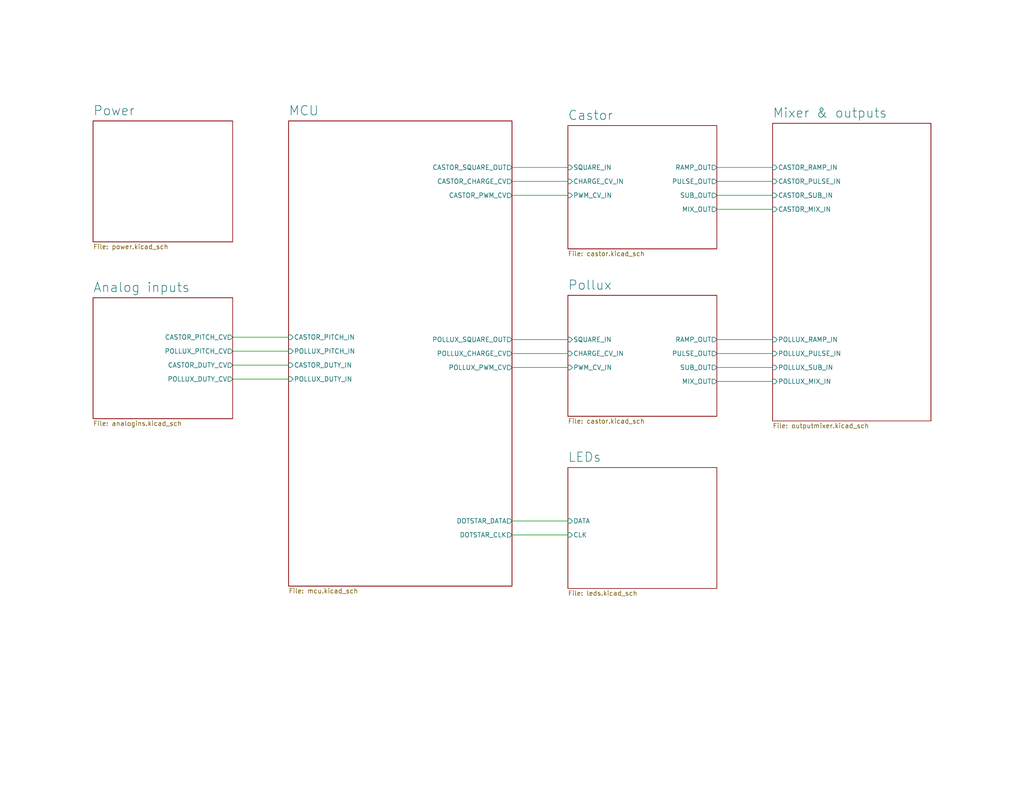
<source format=kicad_sch>
(kicad_sch (version 20211123) (generator eeschema)
  (paper "USLetter")
  (title_block (title "Castor & Pollux") (date "2022-07-26") (rev "v5") (company "Winterbloom") (comment 1 "Alethea Flowers") (comment 2 "CERN-OHL-P v2") (comment 3 "gemini.wntr.dev"))
  (lib_symbols)
  (wire (pts (xy 195.58 100.33) (xy 210.82 100.33)))
  (wire (pts (xy 139.7 96.52) (xy 154.94 96.52)))
  (wire (pts (xy 139.7 49.53) (xy 154.94 49.53)))
  (wire (pts (xy 139.7 146.05) (xy 154.94 146.05)))
  (wire (pts (xy 139.7 92.71) (xy 154.94 92.71)))
  (wire (pts (xy 139.7 53.34) (xy 154.94 53.34)))
  (wire (pts (xy 63.5 103.505) (xy 78.74 103.505)))
  (wire (pts (xy 195.58 49.53) (xy 210.82 49.53)))
  (wire (pts (xy 195.58 104.14) (xy 210.82 104.14)))
  (wire (pts (xy 195.58 92.71) (xy 210.82 92.71)))
  (wire (pts (xy 63.5 92.075) (xy 78.74 92.075)))
  (wire (pts (xy 139.7 45.72) (xy 154.94 45.72)))
  (wire (pts (xy 63.5 95.885) (xy 78.74 95.885)))
  (wire (pts (xy 195.58 57.15) (xy 210.82 57.15)))
  (wire (pts (xy 195.58 53.34) (xy 210.82 53.34)))
  (wire (pts (xy 63.5 99.695) (xy 78.74 99.695)))
  (wire (pts (xy 195.58 96.52) (xy 210.82 96.52)))
  (wire (pts (xy 139.7 100.33) (xy 154.94 100.33)))
  (wire (pts (xy 139.7 142.24) (xy 154.94 142.24)))
  (wire (pts (xy 195.58 45.72) (xy 210.82 45.72)))
  (sheet (at 25.4 33.02) (size 38.1 33.02)
    (property "Sheet name" "Power" (at 25.4 31.6734 0) (effects (font (size 2.54 2.54)) (justify left bottom)))
    (property "Sheet file" "power.kicad_sch" (at 25.4 66.6246 0) (effects (justify left top)))
  )
  (sheet (at 154.94 80.645) (size 40.64 33.02)
    (property "Sheet name" "Pollux" (at 154.94 79.2984 0) (effects (font (size 2.54 2.54)) (justify left bottom)))
    (property "Sheet file" "castor.kicad_sch" (at 154.94 114.2496 0) (effects (justify left top)))
    (pin "SQUARE_IN" input (at 154.94 92.71 180))
    (pin "CHARGE_CV_IN" input (at 154.94 96.52 180))
    (pin "PWM_CV_IN" input (at 154.94 100.33 180))
    (pin "MIX_OUT" output (at 195.58 104.14 0))
    (pin "RAMP_OUT" output (at 195.58 92.71 0))
    (pin "PULSE_OUT" output (at 195.58 96.52 0))
    (pin "SUB_OUT" output (at 195.58 100.33 0))
  )
  (sheet (at 78.74 33.02) (size 60.96 127)
    (property "Sheet name" "MCU" (at 78.74 31.6734 0) (effects (font (size 2.54 2.54)) (justify left bottom)))
    (property "Sheet file" "mcu.kicad_sch" (at 78.74 160.6046 0) (effects (justify left top)))
    (pin "CASTOR_CHARGE_CV" output (at 139.7 49.53 0))
    (pin "CASTOR_PWM_CV" output (at 139.7 53.34 0))
    (pin "POLLUX_CHARGE_CV" output (at 139.7 96.52 0))
    (pin "POLLUX_PWM_CV" output (at 139.7 100.33 0))
    (pin "CASTOR_SQUARE_OUT" output (at 139.7 45.72 0))
    (pin "POLLUX_SQUARE_OUT" output (at 139.7 92.71 0))
    (pin "DOTSTAR_DATA" output (at 139.7 142.24 0))
    (pin "DOTSTAR_CLK" output (at 139.7 146.05 0))
    (pin "CASTOR_PITCH_IN" input (at 78.74 92.075 180))
    (pin "POLLUX_PITCH_IN" input (at 78.74 95.885 180))
    (pin "CASTOR_DUTY_IN" input (at 78.74 99.695 180))
    (pin "POLLUX_DUTY_IN" input (at 78.74 103.505 180))
  )
  (sheet (at 210.82 33.655) (size 43.18 81.28)
    (property "Sheet name" "Mixer & outputs" (at 210.82 32.3084 0) (effects (font (size 2.54 2.54)) (justify left bottom)))
    (property "Sheet file" "outputmixer.kicad_sch" (at 210.82 115.5196 0) (effects (justify left top)))
    (pin "CASTOR_MIX_IN" input (at 210.82 57.15 180))
    (pin "POLLUX_MIX_IN" input (at 210.82 104.14 180))
    (pin "CASTOR_RAMP_IN" input (at 210.82 45.72 180))
    (pin "CASTOR_PULSE_IN" input (at 210.82 49.53 180))
    (pin "CASTOR_SUB_IN" input (at 210.82 53.34 180))
    (pin "POLLUX_RAMP_IN" input (at 210.82 92.71 180))
    (pin "POLLUX_PULSE_IN" input (at 210.82 96.52 180))
    (pin "POLLUX_SUB_IN" input (at 210.82 100.33 180))
  )
  (sheet (at 154.94 34.29) (size 40.64 33.655)
    (property "Sheet name" "Castor" (at 154.94 32.9434 0) (effects (font (size 2.54 2.54)) (justify left bottom)))
    (property "Sheet file" "castor.kicad_sch" (at 154.94 68.5296 0) (effects (justify left top)))
    (pin "SQUARE_IN" input (at 154.94 45.72 180))
    (pin "CHARGE_CV_IN" input (at 154.94 49.53 180))
    (pin "PWM_CV_IN" input (at 154.94 53.34 180))
    (pin "MIX_OUT" output (at 195.58 57.15 0))
    (pin "RAMP_OUT" output (at 195.58 45.72 0))
    (pin "PULSE_OUT" output (at 195.58 49.53 0))
    (pin "SUB_OUT" output (at 195.58 53.34 0))
  )
  (sheet (at 25.4 81.28) (size 38.1 33.02)
    (property "Sheet name" "Analog inputs" (at 25.4 79.9334 0) (effects (font (size 2.54 2.54)) (justify left bottom)))
    (property "Sheet file" "analogins.kicad_sch" (at 25.4 114.8846 0) (effects (justify left top)))
    (pin "CASTOR_PITCH_CV" output (at 63.5 92.075 0))
    (pin "POLLUX_PITCH_CV" output (at 63.5 95.885 0))
    (pin "CASTOR_DUTY_CV" output (at 63.5 99.695 0))
    (pin "POLLUX_DUTY_CV" output (at 63.5 103.505 0))
  )
  (sheet (at 154.94 127.635) (size 40.64 33.02) (stroke (width 0.1524))
    (property "Sheet name" "LEDs" (at 154.94 126.2884 0) (effects (font (size 2.54 2.54)) (justify left bottom)))
    (property "Sheet file" "leds.kicad_sch" (at 154.94 161.2396 0) (effects (justify left top)))
    (pin "CLK" input (at 154.94 146.05 180))
    (pin "DATA" input (at 154.94 142.24 180))
  )
)
</source>
